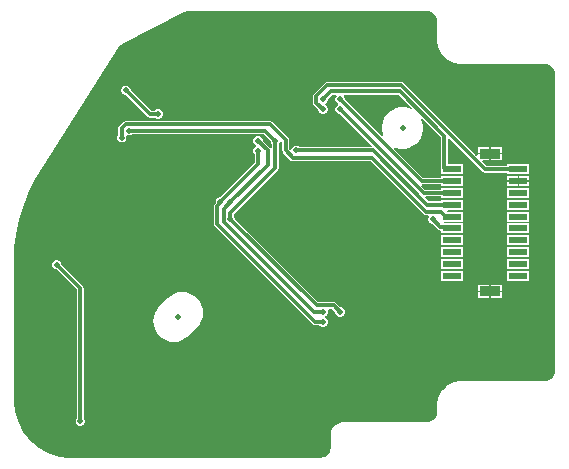
<source format=gbl>
G04*
G04 #@! TF.GenerationSoftware,Altium Limited,Altium Designer,24.4.1 (13)*
G04*
G04 Layer_Physical_Order=2*
G04 Layer_Color=16711680*
%FSLAX44Y44*%
%MOMM*%
G71*
G04*
G04 #@! TF.SameCoordinates,756635CD-87F4-41CE-B67A-FD93177F9C21*
G04*
G04*
G04 #@! TF.FilePolarity,Positive*
G04*
G01*
G75*
%ADD20C,0.3000*%
%ADD21C,0.5000*%
%ADD23R,1.8000X0.8500*%
%ADD24R,1.6000X0.6000*%
G36*
X352694Y378880D02*
X354374Y378184D01*
X355887Y377173D01*
X357173Y375887D01*
X358184Y374374D01*
X358880Y372694D01*
X359235Y370910D01*
Y355000D01*
X359245Y354950D01*
X359237Y354900D01*
X359327Y353064D01*
X359364Y352918D01*
Y352767D01*
X360080Y349166D01*
X360157Y348981D01*
X360196Y348784D01*
X361601Y345392D01*
X361713Y345225D01*
X361790Y345040D01*
X363829Y341987D01*
X363971Y341845D01*
X364083Y341678D01*
X366678Y339083D01*
X366845Y338971D01*
X366987Y338829D01*
X370040Y336790D01*
X370225Y336713D01*
X370392Y336601D01*
X373784Y335196D01*
X373981Y335157D01*
X374166Y335080D01*
X377767Y334364D01*
X377918D01*
X378064Y334327D01*
X379900Y334237D01*
X379950Y334245D01*
X380000Y334235D01*
X450910D01*
X452694Y333880D01*
X454374Y333184D01*
X455887Y332173D01*
X457173Y330887D01*
X458184Y329374D01*
X458880Y327694D01*
X459235Y325910D01*
Y325000D01*
Y75000D01*
Y74090D01*
X458880Y72306D01*
X458184Y70626D01*
X457173Y69113D01*
X455887Y67827D01*
X454374Y66816D01*
X452694Y66120D01*
X450910Y65765D01*
X380000D01*
X379950Y65755D01*
X379899Y65763D01*
X378057Y65672D01*
X377910Y65635D01*
X377759Y65635D01*
X374160Y64918D01*
X373974Y64841D01*
X373777Y64802D01*
X370387Y63396D01*
X370220Y63285D01*
X370034Y63208D01*
X366984Y61168D01*
X366842Y61026D01*
X366675Y60914D01*
X364080Y58319D01*
X363969Y58152D01*
X363827Y58010D01*
X361788Y54958D01*
X361711Y54772D01*
X361600Y54605D01*
X360196Y51215D01*
X360157Y51018D01*
X360080Y50832D01*
X359364Y47233D01*
Y47082D01*
X359327Y46935D01*
X359237Y45100D01*
X359245Y45050D01*
X359235Y45000D01*
X359235Y39090D01*
X358880Y37306D01*
X358184Y35626D01*
X357173Y34113D01*
X355887Y32827D01*
X354374Y31816D01*
X352694Y31120D01*
X350910Y30765D01*
X280000D01*
X279950Y30755D01*
X279899Y30763D01*
X279037Y30720D01*
X278890Y30683D01*
X278738Y30683D01*
X277062Y30348D01*
X276877Y30271D01*
X276680Y30232D01*
X275100Y29577D01*
X274933Y29465D01*
X274748Y29388D01*
X273327Y28438D01*
X273185Y28296D01*
X273018Y28184D01*
X271810Y26974D01*
X271699Y26807D01*
X271557Y26666D01*
X270607Y25244D01*
X270530Y25058D01*
X270419Y24891D01*
X269765Y23312D01*
X269726Y23115D01*
X269649Y22929D01*
X269316Y21252D01*
X269316Y21101D01*
X269279Y20955D01*
X269237Y20100D01*
X269245Y20050D01*
X269235Y20000D01*
X269235Y9090D01*
X268880Y7306D01*
X268184Y5626D01*
X267173Y4113D01*
X265887Y2827D01*
X264374Y1816D01*
X262694Y1120D01*
X260910Y765D01*
X49992D01*
X46766Y766D01*
X40367Y1609D01*
X34134Y3280D01*
X28172Y5750D01*
X22584Y8978D01*
X17464Y12907D01*
X12902Y17470D01*
X8973Y22590D01*
X5747Y28179D01*
X3278Y34142D01*
X1608Y40375D01*
X765Y46773D01*
Y50000D01*
Y164514D01*
X726Y164711D01*
X726Y164911D01*
X669Y165200D01*
X669Y169886D01*
X1308Y179635D01*
X2583Y189323D01*
X4490Y198906D01*
X7018Y208344D01*
X10159Y217596D01*
X13898Y226623D01*
X18220Y235386D01*
X20642Y239581D01*
X89043Y347497D01*
X89058Y347535D01*
X89085Y347565D01*
X89387Y348087D01*
X90122Y349041D01*
X90976Y349892D01*
X91932Y350625D01*
X92409Y350900D01*
X145320Y377965D01*
X145359Y377995D01*
X145406Y378011D01*
X145928Y378310D01*
X147041Y378769D01*
X148205Y379078D01*
X149398Y379235D01*
X150000D01*
X350000Y379235D01*
X350910D01*
X352694Y378880D01*
D02*
G37*
%LPC*%
G36*
X329000Y318824D02*
X329000Y318824D01*
X266000D01*
X266000Y318824D01*
X264919Y318609D01*
X264003Y317997D01*
X264003Y317997D01*
X255003Y308997D01*
X254391Y308081D01*
X254176Y307000D01*
X254176Y307000D01*
Y301500D01*
X254176Y301500D01*
X254391Y300419D01*
X255003Y299503D01*
X258750Y295756D01*
Y294954D01*
X259359Y293484D01*
X260484Y292359D01*
X261954Y291750D01*
X263546D01*
X265016Y292359D01*
X266141Y293484D01*
X266750Y294954D01*
Y296546D01*
X266141Y298016D01*
X265016Y299141D01*
X264601Y299313D01*
Y300687D01*
X265016Y300859D01*
X266141Y301984D01*
X266750Y303454D01*
Y304256D01*
X270670Y308176D01*
X273723D01*
X274249Y306906D01*
X273859Y306516D01*
X273250Y305046D01*
Y303454D01*
X273859Y301984D01*
X274984Y300859D01*
X275399Y300687D01*
Y299313D01*
X274984Y299141D01*
X273859Y298016D01*
X273250Y296546D01*
Y294954D01*
X273859Y293484D01*
X274984Y292359D01*
X276454Y291750D01*
X277256D01*
X303912Y265094D01*
X303386Y263824D01*
X242833D01*
X242266Y264391D01*
X240796Y265000D01*
X239204D01*
X237734Y264391D01*
X236609Y263266D01*
X236000Y261796D01*
Y261790D01*
X234730Y261264D01*
X233824Y262170D01*
Y270000D01*
X233824Y270000D01*
X233609Y271081D01*
X232997Y271997D01*
X232997Y271997D01*
X219618Y285376D01*
X218702Y285988D01*
X217621Y286203D01*
X217621Y286203D01*
X95854D01*
X95854Y286203D01*
X94773Y285988D01*
X93856Y285376D01*
X93856Y285376D01*
X90124Y281644D01*
X89512Y280727D01*
X89297Y279646D01*
X89297Y279646D01*
Y274701D01*
X88730Y274134D01*
X88121Y272664D01*
Y271073D01*
X88730Y269603D01*
X89855Y268477D01*
X91326Y267868D01*
X92917D01*
X94387Y268477D01*
X95512Y269603D01*
X96121Y271073D01*
Y272664D01*
X95950Y273078D01*
X96922Y274050D01*
X97336Y273879D01*
X98927D01*
X100398Y274488D01*
X100964Y275054D01*
X212451D01*
X218250Y269256D01*
Y268454D01*
X218859Y266984D01*
X219426Y266418D01*
Y263145D01*
X218156Y262760D01*
X217997Y262997D01*
X217997Y262997D01*
X211750Y269244D01*
Y270046D01*
X211141Y271516D01*
X210016Y272641D01*
X208546Y273250D01*
X206954D01*
X205484Y272641D01*
X204359Y271516D01*
X203750Y270046D01*
Y268454D01*
X204359Y266984D01*
X205484Y265859D01*
X205899Y265687D01*
Y264313D01*
X205484Y264141D01*
X204359Y263016D01*
X203750Y261546D01*
Y259954D01*
X204359Y258484D01*
X204926Y257917D01*
Y250420D01*
X175756Y221250D01*
X174954D01*
X173484Y220641D01*
X172359Y219516D01*
X171750Y218046D01*
Y216703D01*
X171003Y215956D01*
X170391Y215040D01*
X170176Y213959D01*
X170176Y213959D01*
Y199000D01*
X170176Y199000D01*
X170391Y197919D01*
X171003Y197003D01*
X253870Y114136D01*
X253870Y114136D01*
X254787Y113523D01*
X255867Y113308D01*
X255868Y113308D01*
X259535D01*
X260484Y112359D01*
X261954Y111750D01*
X263546D01*
X265016Y112359D01*
X266141Y113484D01*
X266750Y114954D01*
Y116546D01*
X266141Y118016D01*
X265016Y119141D01*
X264601Y119313D01*
Y120687D01*
X265016Y120859D01*
X266141Y121984D01*
X266750Y123454D01*
Y125046D01*
X266497Y125656D01*
X267346Y126926D01*
X270580D01*
X273250Y124256D01*
Y123454D01*
X273859Y121984D01*
X274984Y120859D01*
X276454Y120250D01*
X278046D01*
X279516Y120859D01*
X280641Y121984D01*
X281250Y123454D01*
Y125046D01*
X280641Y126516D01*
X279516Y127641D01*
X278046Y128250D01*
X277244D01*
X273747Y131747D01*
X272831Y132359D01*
X271750Y132574D01*
X271750Y132574D01*
X258420D01*
X188250Y202744D01*
Y203546D01*
X187641Y205016D01*
X187074Y205583D01*
Y207080D01*
X224247Y244253D01*
X224247Y244253D01*
X224859Y245169D01*
X225074Y246250D01*
X225074Y246250D01*
Y266418D01*
X225641Y266984D01*
X226250Y268454D01*
X227500Y269008D01*
X228176Y268482D01*
Y261000D01*
X228176Y261000D01*
X228391Y259919D01*
X229003Y259003D01*
X235003Y253003D01*
X235003Y253003D01*
X235919Y252391D01*
X237000Y252176D01*
X237000Y252176D01*
X302830D01*
X348003Y207003D01*
X348003Y207003D01*
X348919Y206391D01*
X350000Y206176D01*
X350000Y206176D01*
X351723D01*
X352115Y205460D01*
X352313Y204906D01*
X351750Y203546D01*
Y201954D01*
X352359Y200484D01*
X353484Y199359D01*
X354954Y198750D01*
X355756D01*
X360071Y194435D01*
X360987Y193823D01*
X362068Y193608D01*
X362730Y192639D01*
Y190730D01*
X381270D01*
Y199270D01*
X364330D01*
X364203Y199460D01*
X364882Y200730D01*
X381270D01*
Y209270D01*
X367693D01*
X367566Y209460D01*
X368245Y210730D01*
X381270D01*
Y219270D01*
X362730D01*
Y217824D01*
X352170D01*
X349088Y220906D01*
X349614Y222176D01*
X362730D01*
Y220730D01*
X381270D01*
Y229270D01*
X362730D01*
Y227824D01*
X349170D01*
X346017Y230977D01*
X346393Y231911D01*
X346614Y232176D01*
X362730D01*
Y230730D01*
X381270D01*
Y239270D01*
X362730D01*
Y237824D01*
X347670D01*
X322848Y262646D01*
X323568Y263722D01*
X324895Y263172D01*
X328276Y262500D01*
X331724D01*
X335105Y263172D01*
X338289Y264492D01*
X341156Y266407D01*
X343593Y268844D01*
X345508Y271711D01*
X346828Y274895D01*
X347500Y278276D01*
Y281724D01*
X346828Y285105D01*
X345951Y287220D01*
X347028Y287939D01*
X362676Y272292D01*
Y246500D01*
X362676Y246500D01*
X362730Y246227D01*
Y240730D01*
X381270D01*
Y249270D01*
X368324D01*
Y271022D01*
X369498Y271508D01*
X398003Y243003D01*
X398003Y243003D01*
X398919Y242391D01*
X400000Y242176D01*
X400000Y242176D01*
X418730D01*
Y240730D01*
X437270D01*
Y249270D01*
X418730D01*
Y247824D01*
X401170D01*
X397438Y251557D01*
X397924Y252730D01*
X403365D01*
Y257614D01*
X393730D01*
Y256924D01*
X392557Y256437D01*
X330997Y317997D01*
X330081Y318609D01*
X329000Y318824D01*
D02*
G37*
G36*
X96501Y315868D02*
X94910D01*
X93440Y315259D01*
X92314Y314134D01*
X91705Y312664D01*
Y311073D01*
X92314Y309603D01*
X93440Y308477D01*
X94910Y307868D01*
X95711D01*
X113861Y289719D01*
X114777Y289106D01*
X115858Y288891D01*
X115858Y288891D01*
X120096D01*
X120663Y288325D01*
X122133Y287716D01*
X123725D01*
X125195Y288325D01*
X126320Y289450D01*
X126929Y290920D01*
Y292511D01*
X126320Y293981D01*
X125195Y295107D01*
X123725Y295716D01*
X122133D01*
X120663Y295107D01*
X120096Y294540D01*
X117028D01*
X99705Y311862D01*
Y312664D01*
X99096Y314134D01*
X97971Y315259D01*
X96501Y315868D01*
D02*
G37*
G36*
X414270Y263770D02*
X404635D01*
Y258884D01*
X414270D01*
Y263770D01*
D02*
G37*
G36*
X403365D02*
X393730D01*
Y258884D01*
X403365D01*
Y263770D01*
D02*
G37*
G36*
X414270Y257614D02*
X404635D01*
Y252730D01*
X414270D01*
Y257614D01*
D02*
G37*
G36*
X437270Y239270D02*
X428635D01*
Y235635D01*
X437270D01*
Y239270D01*
D02*
G37*
G36*
X427365D02*
X418730D01*
Y235635D01*
X427365D01*
Y239270D01*
D02*
G37*
G36*
X437270Y234365D02*
X428635D01*
Y230730D01*
X437270D01*
Y234365D01*
D02*
G37*
G36*
X427365D02*
X418730D01*
Y230730D01*
X427365D01*
Y234365D01*
D02*
G37*
G36*
X437270Y229270D02*
X418730D01*
Y220730D01*
X437270D01*
Y229270D01*
D02*
G37*
G36*
Y219270D02*
X418730D01*
Y210730D01*
X437270D01*
Y219270D01*
D02*
G37*
G36*
Y209270D02*
X418730D01*
Y200730D01*
X437270D01*
Y209270D01*
D02*
G37*
G36*
Y199270D02*
X418730D01*
Y190730D01*
X437270D01*
Y199270D01*
D02*
G37*
G36*
Y189270D02*
X418730D01*
Y180730D01*
X437270D01*
Y189270D01*
D02*
G37*
G36*
X381270D02*
X362730D01*
Y180730D01*
X381270D01*
Y189270D01*
D02*
G37*
G36*
X437270Y179270D02*
X418730D01*
Y170730D01*
X437270D01*
Y179270D01*
D02*
G37*
G36*
X381270D02*
X362730D01*
Y170730D01*
X381270D01*
Y179270D01*
D02*
G37*
G36*
X437270Y169270D02*
X418730D01*
Y160730D01*
X437270D01*
Y169270D01*
D02*
G37*
G36*
X381270D02*
X362730D01*
Y160730D01*
X381270D01*
Y169270D01*
D02*
G37*
G36*
X437270Y159270D02*
X418730D01*
Y150730D01*
X437270D01*
Y159270D01*
D02*
G37*
G36*
X381270D02*
X362730D01*
Y150730D01*
X381270D01*
Y159270D01*
D02*
G37*
G36*
X414270Y147270D02*
X404636D01*
Y142385D01*
X414270D01*
Y147270D01*
D02*
G37*
G36*
X403366D02*
X393730D01*
Y142385D01*
X403366D01*
Y147270D01*
D02*
G37*
G36*
X414270Y141115D02*
X404636D01*
Y136230D01*
X414270D01*
Y141115D01*
D02*
G37*
G36*
X403366D02*
X393730D01*
Y136230D01*
X403366D01*
Y141115D01*
D02*
G37*
G36*
X143535Y141120D02*
X140105Y140782D01*
X136806Y139782D01*
X133766Y138157D01*
X131101Y135970D01*
X124030Y128899D01*
X121843Y126234D01*
X120218Y123194D01*
X119218Y119895D01*
X118880Y116465D01*
X119218Y113034D01*
X120218Y109735D01*
X121843Y106695D01*
X124030Y104030D01*
X126695Y101843D01*
X129735Y100218D01*
X133034Y99218D01*
X136465Y98880D01*
X139895Y99218D01*
X143194Y100218D01*
X146234Y101843D01*
X148899Y104030D01*
X155970Y111101D01*
X158157Y113766D01*
X159782Y116806D01*
X160782Y120105D01*
X161120Y123535D01*
X160782Y126966D01*
X159782Y130265D01*
X158157Y133305D01*
X155970Y135970D01*
X153305Y138157D01*
X150265Y139782D01*
X146966Y140782D01*
X143535Y141120D01*
D02*
G37*
G36*
X38046Y168250D02*
X36454D01*
X34984Y167641D01*
X33859Y166516D01*
X33250Y165046D01*
Y163454D01*
X33859Y161984D01*
X34984Y160859D01*
X36454Y160250D01*
X37256D01*
X54426Y143080D01*
Y34583D01*
X53859Y34016D01*
X53250Y32546D01*
Y30954D01*
X53859Y29484D01*
X54984Y28359D01*
X56454Y27750D01*
X58046D01*
X59516Y28359D01*
X60641Y29484D01*
X61250Y30954D01*
Y32546D01*
X60641Y34016D01*
X60074Y34583D01*
Y144250D01*
X60074Y144250D01*
X59859Y145331D01*
X59247Y146247D01*
X59247Y146247D01*
X41250Y164244D01*
Y165046D01*
X40641Y166516D01*
X39516Y167641D01*
X38046Y168250D01*
D02*
G37*
%LPD*%
G36*
X337939Y297028D02*
X337220Y295951D01*
X335105Y296828D01*
X331724Y297500D01*
X328276D01*
X324895Y296828D01*
X321711Y295508D01*
X318844Y293593D01*
X316407Y291156D01*
X314492Y288289D01*
X313172Y285105D01*
X312500Y281724D01*
Y278276D01*
X313172Y274895D01*
X313722Y273568D01*
X312646Y272848D01*
X281250Y304244D01*
Y305046D01*
X280641Y306516D01*
X280251Y306906D01*
X280777Y308176D01*
X326791D01*
X337939Y297028D01*
D02*
G37*
D20*
X266000Y316000D02*
X329000D01*
X269500Y311000D02*
X327961D01*
X365500Y273461D01*
X329000Y316000D02*
X400000Y245000D01*
X428000D01*
X365500Y246500D02*
Y273461D01*
X370568Y196432D02*
X372000Y195000D01*
X355750Y202750D02*
X362068Y196432D01*
X370568D01*
X262750Y304250D02*
X269500Y311000D01*
X257000Y307000D02*
X266000Y316000D01*
X257000Y301500D02*
X262750Y295750D01*
X257000Y301500D02*
Y307000D01*
X95705Y311868D02*
X115858Y291716D01*
X122929D01*
X57250Y31750D02*
Y144250D01*
X37250Y164250D02*
X57250Y144250D01*
X257250Y129750D02*
X271750D01*
X277250Y124250D01*
X173000Y213959D02*
X175750Y216709D01*
X173000Y199000D02*
Y213959D01*
Y199000D02*
X255867Y116133D01*
X175750Y217250D02*
X207750Y249250D01*
X175750Y216709D02*
Y217250D01*
X178750Y211750D02*
X184250Y217250D01*
X178750Y200472D02*
Y211750D01*
Y200472D02*
X254972Y124250D01*
X255867Y116133D02*
X262367D01*
X254972Y124250D02*
X262750D01*
X184250Y202750D02*
X257250Y129750D01*
X262367Y116133D02*
X262750Y115750D01*
X231000Y261000D02*
X237000Y255000D01*
X231000Y261000D02*
Y270000D01*
X217621Y283379D02*
X231000Y270000D01*
X95854Y283379D02*
X217621D01*
X92121Y271868D02*
Y279646D01*
X95854Y283379D01*
X213621Y277879D02*
X222250Y269250D01*
X98132Y277879D02*
X213621D01*
X237000Y255000D02*
X304000D01*
X240000Y261000D02*
X305000D01*
X351000Y215000D01*
X304000Y255000D02*
X350000Y209000D01*
X363000D01*
X216000Y249000D02*
Y261000D01*
X184250Y217250D02*
X216000Y249000D01*
X207750Y269250D02*
X216000Y261000D01*
X222250Y246250D02*
Y269250D01*
X184250Y208250D02*
X222250Y246250D01*
X184250Y202750D02*
Y208250D01*
X207750Y249250D02*
Y260750D01*
X365500Y246500D02*
X367000Y245000D01*
X368000D01*
X277250Y304250D02*
X346500Y235000D01*
X368000D01*
X367000Y205000D02*
X372000D01*
X363000Y209000D02*
X367000Y205000D01*
X351000Y215000D02*
X372000D01*
X348000Y225000D02*
X372000D01*
X277250Y295750D02*
X348000Y225000D01*
D21*
X330000Y280000D02*
D03*
X140000Y120000D02*
D03*
X432500Y215000D02*
D03*
Y225000D02*
D03*
X339997Y259998D02*
D03*
X65000Y75000D02*
D03*
Y120000D02*
D03*
X99997Y139998D02*
D03*
X84997Y169998D02*
D03*
X24997Y49998D02*
D03*
X297500Y302500D02*
D03*
X307500Y287500D02*
D03*
X320000Y302500D02*
D03*
X350000Y242500D02*
D03*
X80000Y270000D02*
D03*
X429997Y319998D02*
D03*
X444997Y289998D02*
D03*
Y109998D02*
D03*
X429997Y79998D02*
D03*
X399997Y319998D02*
D03*
Y79998D02*
D03*
X369997Y319998D02*
D03*
Y79998D02*
D03*
X354997Y349998D02*
D03*
X339997Y319998D02*
D03*
Y199998D02*
D03*
Y139998D02*
D03*
Y79998D02*
D03*
X354997Y49998D02*
D03*
X324997Y349998D02*
D03*
X309997Y199998D02*
D03*
Y139998D02*
D03*
Y79998D02*
D03*
X279997Y199998D02*
D03*
Y139998D02*
D03*
Y79998D02*
D03*
X249997Y19998D02*
D03*
X219997Y139998D02*
D03*
Y19998D02*
D03*
X204997Y289998D02*
D03*
X189997Y19998D02*
D03*
X174997Y289998D02*
D03*
X159997Y139998D02*
D03*
X174997Y109998D02*
D03*
X159997Y79998D02*
D03*
Y19998D02*
D03*
X129997Y139998D02*
D03*
Y79998D02*
D03*
Y19998D02*
D03*
X99997Y199998D02*
D03*
X114997Y109998D02*
D03*
X84997Y229998D02*
D03*
X69997Y199998D02*
D03*
X39997Y259998D02*
D03*
X54997Y169998D02*
D03*
X24997Y229998D02*
D03*
X9997Y199998D02*
D03*
X262750Y295750D02*
D03*
X95705Y311868D02*
D03*
X122929Y291716D02*
D03*
X37250Y164250D02*
D03*
X57250Y31750D02*
D03*
X262750Y115750D02*
D03*
X277250Y124250D02*
D03*
X262750D02*
D03*
X98132Y277879D02*
D03*
X240000Y261000D02*
D03*
X184250Y202750D02*
D03*
Y217250D02*
D03*
X175750D02*
D03*
X207750Y260750D02*
D03*
Y269250D02*
D03*
X222250D02*
D03*
X262750Y304250D02*
D03*
X277250D02*
D03*
X368000Y235000D02*
D03*
Y245000D02*
D03*
X92121Y271868D02*
D03*
X277250Y295750D02*
D03*
X355750Y202750D02*
D03*
X367500Y185000D02*
D03*
Y175000D02*
D03*
Y165000D02*
D03*
Y155000D02*
D03*
X432639Y164861D02*
D03*
X432500Y175000D02*
D03*
Y155000D02*
D03*
Y205000D02*
D03*
Y195000D02*
D03*
Y185000D02*
D03*
D23*
X404000Y258250D02*
D03*
Y141750D02*
D03*
D24*
X428000Y245000D02*
D03*
Y235000D02*
D03*
Y225000D02*
D03*
Y215000D02*
D03*
Y205000D02*
D03*
Y195000D02*
D03*
Y185000D02*
D03*
Y175000D02*
D03*
Y165000D02*
D03*
Y155000D02*
D03*
X372000Y245000D02*
D03*
Y235000D02*
D03*
Y225000D02*
D03*
Y215000D02*
D03*
Y205000D02*
D03*
Y195000D02*
D03*
Y185000D02*
D03*
Y175000D02*
D03*
Y165000D02*
D03*
Y155000D02*
D03*
M02*

</source>
